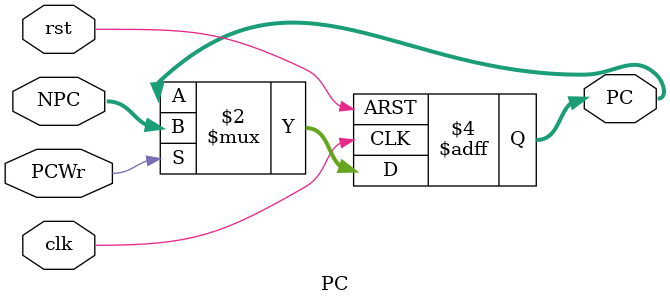
<source format=v>
module PC( clk, rst, PCWr, NPC, PC );
           
   input         clk;
   input         rst;
   input         PCWr;
   input  [31:2] NPC;
   output [31:2] PC;
   
   reg [31:2] PC;
   reg [1:0] tmp;
               
   always @(posedge clk or posedge rst) begin
      if ( rst ) 
         {PC, tmp} <= 32'h0000_0000;   
      else if ( PCWr ) 
         PC <= NPC;
   end // end always
           
endmodule

</source>
